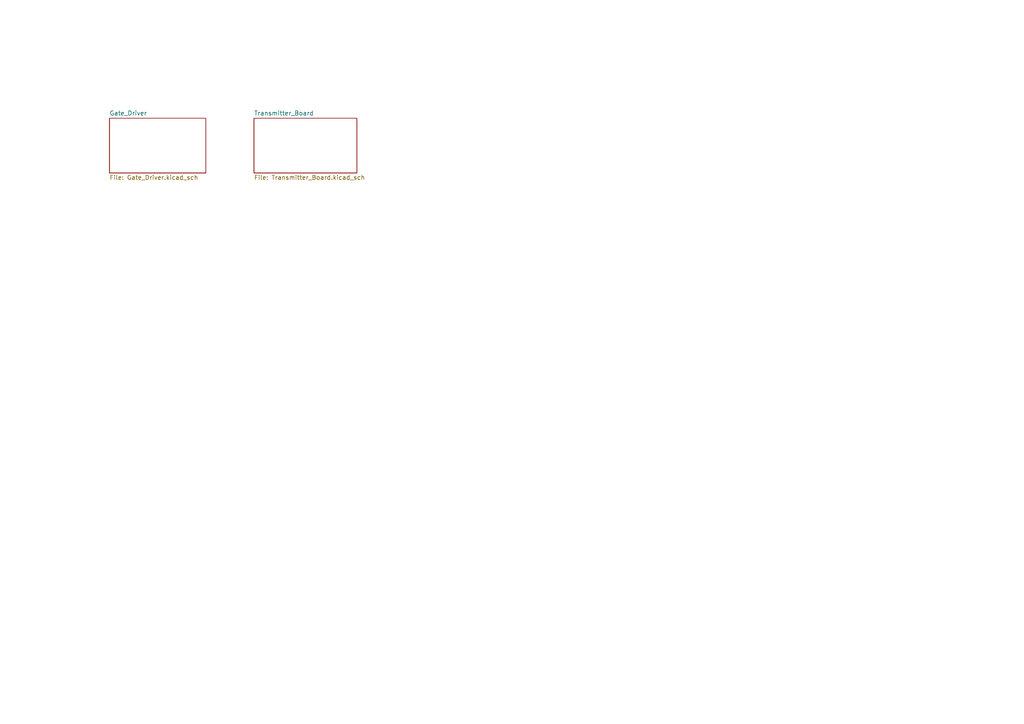
<source format=kicad_sch>
(kicad_sch
	(version 20250114)
	(generator "eeschema")
	(generator_version "9.0")
	(uuid "73752a49-eb43-43a5-aaa4-eec4feca9056")
	(paper "A4")
	(lib_symbols)
	(sheet
		(at 31.75 34.29)
		(size 27.94 15.875)
		(exclude_from_sim no)
		(in_bom yes)
		(on_board yes)
		(dnp no)
		(fields_autoplaced yes)
		(stroke
			(width 0.1524)
			(type solid)
		)
		(fill
			(color 0 0 0 0.0000)
		)
		(uuid "c064c2c0-555b-460b-9fb9-4dc75d50b95f")
		(property "Sheetname" "Gate_Driver"
			(at 31.75 33.5784 0)
			(effects
				(font
					(size 1.27 1.27)
				)
				(justify left bottom)
			)
		)
		(property "Sheetfile" "Gate_Driver.kicad_sch"
			(at 31.75 50.7496 0)
			(effects
				(font
					(size 1.27 1.27)
				)
				(justify left top)
			)
		)
		(instances
			(project "CSI_GateDriver"
				(path "/73752a49-eb43-43a5-aaa4-eec4feca9056"
					(page "2")
				)
			)
		)
	)
	(sheet
		(at 73.66 34.29)
		(size 29.845 15.875)
		(exclude_from_sim no)
		(in_bom yes)
		(on_board yes)
		(dnp no)
		(fields_autoplaced yes)
		(stroke
			(width 0.1524)
			(type solid)
		)
		(fill
			(color 0 0 0 0.0000)
		)
		(uuid "dd05f2ca-15e3-4511-b4c4-002080242daf")
		(property "Sheetname" "Transmitter_Board"
			(at 73.66 33.5784 0)
			(effects
				(font
					(size 1.27 1.27)
				)
				(justify left bottom)
			)
		)
		(property "Sheetfile" "Transmitter_Board.kicad_sch"
			(at 73.66 50.7496 0)
			(effects
				(font
					(size 1.27 1.27)
				)
				(justify left top)
			)
		)
		(instances
			(project "CSI_GateDriver"
				(path "/73752a49-eb43-43a5-aaa4-eec4feca9056"
					(page "3")
				)
			)
		)
	)
	(sheet_instances
		(path "/"
			(page "1")
		)
	)
	(embedded_fonts no)
)

</source>
